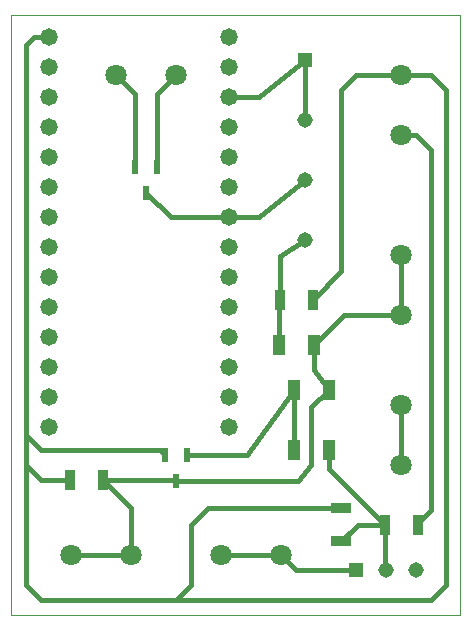
<source format=gtl>
G75*
%MOIN*%
%OFA0B0*%
%FSLAX25Y25*%
%IPPOS*%
%LPD*%
%AMOC8*
5,1,8,0,0,1.08239X$1,22.5*
%
%ADD10C,0.00000*%
%ADD11R,0.03600X0.07100*%
%ADD12C,0.07087*%
%ADD13R,0.07100X0.03600*%
%ADD14R,0.05150X0.05150*%
%ADD15C,0.05150*%
%ADD16R,0.04400X0.06900*%
%ADD17C,0.05800*%
%ADD18R,0.02100X0.04600*%
%ADD19C,0.01600*%
D10*
X0001000Y0001000D02*
X0001000Y0200961D01*
X0150701Y0200961D01*
X0150701Y0001000D01*
X0001000Y0001000D01*
D11*
X0020500Y0046000D03*
X0031500Y0046000D03*
X0090500Y0106000D03*
X0101500Y0106000D03*
X0125500Y0031000D03*
X0136500Y0031000D03*
D12*
X0131000Y0051000D03*
X0131000Y0071000D03*
X0131000Y0101000D03*
X0131000Y0121000D03*
X0131000Y0161000D03*
X0131000Y0181000D03*
X0056000Y0181000D03*
X0036000Y0181000D03*
X0041000Y0021000D03*
X0021000Y0021000D03*
X0071000Y0021000D03*
X0091000Y0021000D03*
D13*
X0111000Y0025500D03*
X0111000Y0036500D03*
D14*
X0116000Y0016000D03*
X0099000Y0186000D03*
D15*
X0099000Y0166000D03*
X0099000Y0146000D03*
X0099000Y0126000D03*
X0126000Y0016000D03*
X0136000Y0016000D03*
D16*
X0106800Y0056000D03*
X0095200Y0056000D03*
X0095200Y0076000D03*
X0106800Y0076000D03*
X0101800Y0091000D03*
X0090200Y0091000D03*
D17*
X0073500Y0093500D03*
X0073500Y0083500D03*
X0073500Y0073500D03*
X0073500Y0063500D03*
X0073500Y0103500D03*
X0073500Y0113500D03*
X0073500Y0123500D03*
X0073500Y0133500D03*
X0073500Y0143500D03*
X0073500Y0153500D03*
X0073500Y0163500D03*
X0073500Y0173500D03*
X0073500Y0183500D03*
X0073500Y0193500D03*
X0013500Y0193500D03*
X0013500Y0183500D03*
X0013500Y0173500D03*
X0013500Y0163500D03*
X0013500Y0153500D03*
X0013500Y0143500D03*
X0013500Y0133500D03*
X0013500Y0123500D03*
X0013500Y0113500D03*
X0013500Y0103500D03*
X0013500Y0093500D03*
X0013500Y0083500D03*
X0013500Y0073500D03*
X0013500Y0063500D03*
D18*
X0052300Y0054300D03*
X0056000Y0045700D03*
X0059700Y0054300D03*
X0046000Y0141700D03*
X0042300Y0150300D03*
X0049700Y0150300D03*
D19*
X0049700Y0174700D01*
X0056000Y0181000D01*
X0042300Y0174700D02*
X0036000Y0181000D01*
X0042300Y0174700D02*
X0042300Y0150300D01*
X0046000Y0141700D02*
X0054200Y0133500D01*
X0073500Y0133500D01*
X0083500Y0133500D01*
X0099000Y0146000D01*
X0099000Y0126000D02*
X0090500Y0120500D01*
X0090500Y0106000D01*
X0090200Y0105700D01*
X0090200Y0091000D01*
X0101500Y0106000D02*
X0111000Y0115500D01*
X0111000Y0176000D01*
X0116000Y0181000D01*
X0131000Y0181000D01*
X0141000Y0181000D01*
X0146000Y0176000D01*
X0146000Y0011000D01*
X0141000Y0006000D01*
X0056000Y0006000D01*
X0061000Y0011000D01*
X0061000Y0031000D01*
X0066500Y0036500D01*
X0111000Y0036500D01*
X0116500Y0031000D02*
X0111000Y0025500D01*
X0116500Y0031000D02*
X0125500Y0031000D01*
X0125500Y0016500D01*
X0126000Y0016000D01*
X0116000Y0016000D02*
X0096000Y0016000D01*
X0091000Y0021000D01*
X0071000Y0021000D01*
X0056000Y0006000D02*
X0011000Y0006000D01*
X0006000Y0011000D01*
X0006000Y0051000D01*
X0011000Y0046000D01*
X0020500Y0046000D01*
X0011000Y0056000D02*
X0006000Y0061000D01*
X0006000Y0051000D01*
X0011000Y0056000D02*
X0050600Y0056000D01*
X0052300Y0054300D01*
X0055700Y0046000D02*
X0031500Y0046000D01*
X0041000Y0036500D01*
X0041000Y0021000D01*
X0021000Y0021000D01*
X0006000Y0061000D02*
X0006000Y0191000D01*
X0008500Y0193500D01*
X0013500Y0193500D01*
X0073500Y0173500D02*
X0083500Y0173500D01*
X0099000Y0186000D01*
X0099000Y0166000D01*
X0131000Y0161000D02*
X0136000Y0161000D01*
X0141000Y0156000D01*
X0141000Y0036000D01*
X0136500Y0031500D01*
X0136500Y0031000D01*
X0125500Y0031000D02*
X0106800Y0049700D01*
X0106800Y0056000D01*
X0101000Y0051000D02*
X0101000Y0070200D01*
X0106800Y0076000D01*
X0101800Y0082600D01*
X0101800Y0091000D01*
X0111800Y0101000D01*
X0131000Y0101000D01*
X0131000Y0121000D01*
X0131000Y0071000D02*
X0131000Y0051000D01*
X0101000Y0051000D02*
X0096700Y0045700D01*
X0056000Y0045700D01*
X0055700Y0046000D01*
X0059700Y0054300D02*
X0079500Y0054300D01*
X0095200Y0076000D01*
X0095200Y0056000D01*
M02*

</source>
